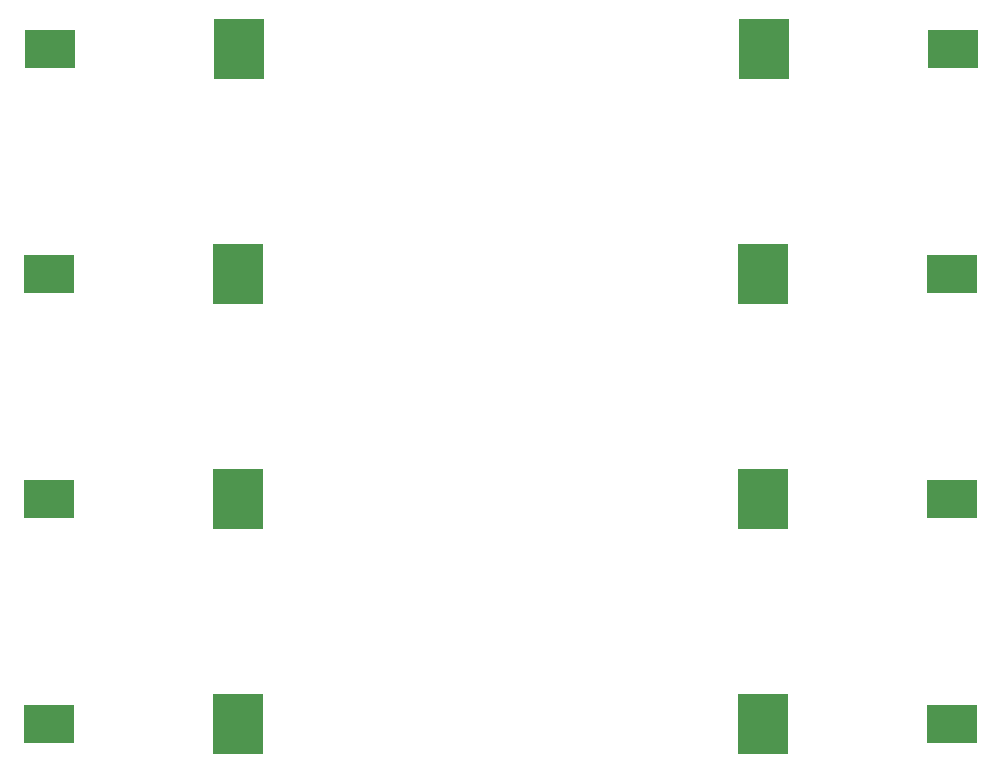
<source format=gbp>
G04 #@! TF.GenerationSoftware,KiCad,Pcbnew,8.0.3*
G04 #@! TF.CreationDate,2025-02-01T16:40:27-06:00*
G04 #@! TF.ProjectId,Batt_Boardv1,42617474-5f42-46f6-9172-6476312e6b69,rev?*
G04 #@! TF.SameCoordinates,Original*
G04 #@! TF.FileFunction,Paste,Bot*
G04 #@! TF.FilePolarity,Positive*
%FSLAX46Y46*%
G04 Gerber Fmt 4.6, Leading zero omitted, Abs format (unit mm)*
G04 Created by KiCad (PCBNEW 8.0.3) date 2025-02-01 16:40:27*
%MOMM*%
%LPD*%
G01*
G04 APERTURE LIST*
%ADD10R,4.240000X3.300000*%
%ADD11R,4.240000X5.200000*%
G04 APERTURE END LIST*
D10*
X106594230Y-74295000D03*
D11*
X122604230Y-74295000D03*
X167036542Y-74292424D03*
D10*
X183046542Y-74292424D03*
X182993643Y-131445000D03*
D11*
X166983643Y-131445000D03*
X122551331Y-131447576D03*
D10*
X106541331Y-131447576D03*
X182995106Y-112392424D03*
D11*
X166985106Y-112392424D03*
X122552794Y-112395000D03*
D10*
X106542794Y-112395000D03*
X182980867Y-93342424D03*
D11*
X166970867Y-93342424D03*
X122538555Y-93345000D03*
D10*
X106528555Y-93345000D03*
M02*

</source>
